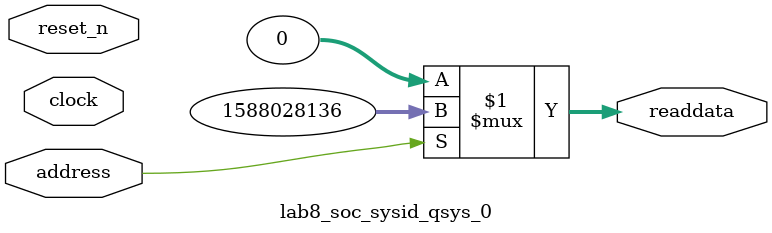
<source format=v>



// synthesis translate_off
`timescale 1ns / 1ps
// synthesis translate_on

// turn off superfluous verilog processor warnings 
// altera message_level Level1 
// altera message_off 10034 10035 10036 10037 10230 10240 10030 

module lab8_soc_sysid_qsys_0 (
               // inputs:
                address,
                clock,
                reset_n,

               // outputs:
                readdata
             )
;

  output  [ 31: 0] readdata;
  input            address;
  input            clock;
  input            reset_n;

  wire    [ 31: 0] readdata;
  //control_slave, which is an e_avalon_slave
  assign readdata = address ? 1588028136 : 0;

endmodule



</source>
